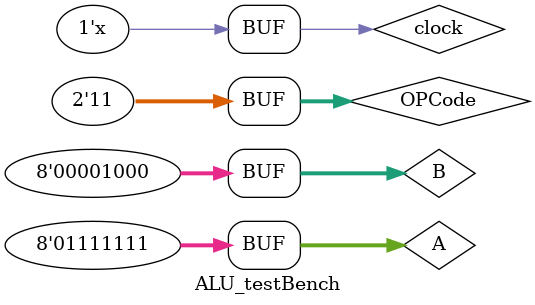
<source format=v>
`timescale 1ns / 1ps


module ALU_testBench;

	// Inputs
	reg [1:0] OPCode;
	reg clock;
	reg [7:0] A;
	reg [7:0] B;

	// Outputs
	wire [7:0] Y;
	wire [7:0] Z;
	wire O;
	wire C;

	// Instantiate the Unit Under Test (UUT)
	main_ALU uut (
		.OPCode(OPCode), 
		.clock(clock), 
		.A(A), 
		.B(B), 
		.Y(Y), 
		.Z(Z), 
		.O(O), 
		.C(C)
	);

	initial begin
		// Initialize Inputs
		OPCode = 0;
		clock = 0;
		A = 0;
		B = 0;

		// Wait 100 ns for global reset to finish
		#10;
				OPCode=2'b00; A=8'b00010011; B=8'b00101100;
		#10	OPCode=2'b00; A=8'b01111111; B=8'b00000101;
		#10	OPCode=2'b01; A=8'b01111111; B=8'b00000001;
		#10	OPCode=2'b10; A=8'b01111111; B=8'b00000001;
		#10	OPCode=2'b11; A=8'b00000100; B=8'b00000011;
		#250	OPCode=2'b11; A=8'b01111111; B=8'b00001000;
		// Add stimulus here

	end
			always begin
					#5 clock = ~clock;
			end
      
endmodule


</source>
